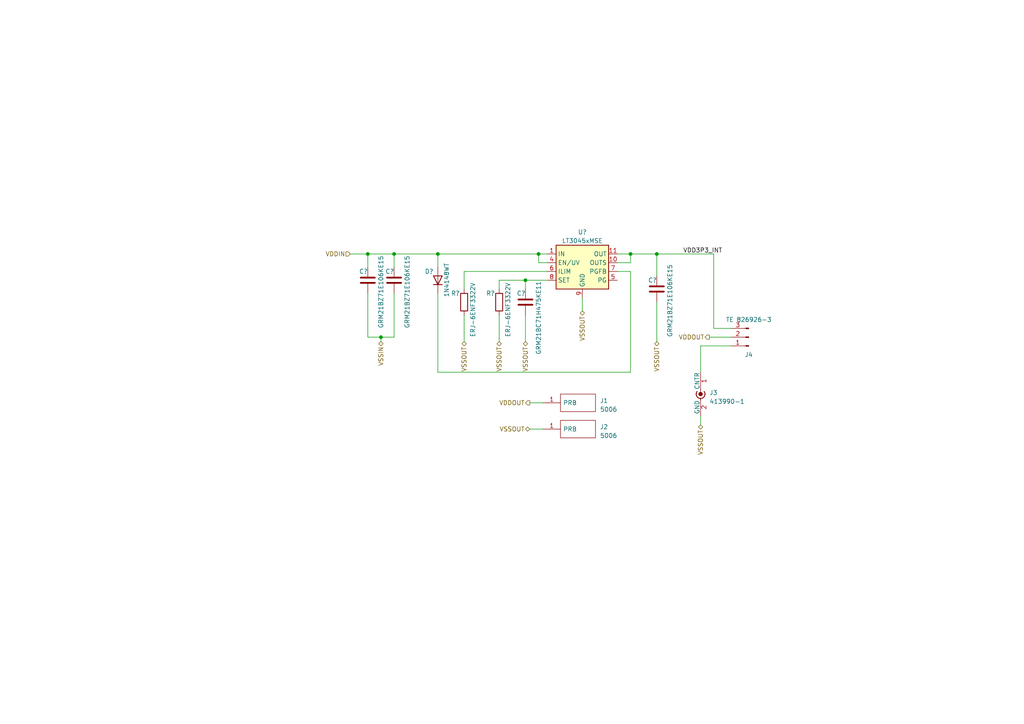
<source format=kicad_sch>
(kicad_sch (version 20230121) (generator eeschema)
  (paper "A4")
  (lib_symbols
    (symbol "Regulator_Linear:LT3045xMSE"
      (property "Reference" "U" (at -6.35 6.35 0))
      (property "Value" "LT3045xMSE" (at 1.27 6.35 0))
      (symbol "LT3045xMSE_0_1"
        (rectangle (start -7.62 5.08) (end 7.62 -7.62) (stroke (width 0.254)) (fill (type background)))
      )
      (symbol "LT3045xMSE_1_1"
        (pin power_in line (at -10.16 2.54 0) (length 2.54) (name "IN") (number "1"))
        (pin input line (at 10.16 0 180) (length 2.54) (name "OUTS") (number "10"))
        (pin power_out line (at 10.16 2.54 180) (length 2.54) (name "OUT") (number "11"))
        (pin passive line (at 10.16 2.54 180) (length 2.54) hide (name "OUT") (number "12"))
        (pin passive line (at 0 -10.16 90) (length 2.54) hide (name "GND") (number "13"))
        (pin passive line (at -10.16 2.54 0) (length 2.54) hide (name "IN") (number "2"))
        (pin passive line (at -10.16 2.54 0) (length 2.54) hide (name "IN") (number "3"))
        (pin input line (at -10.16 0 0) (length 2.54) (name "EN/UV") (number "4"))
        (pin open_collector line (at 10.16 -5.08 180) (length 2.54) (name "PG") (number "5"))
        (pin passive line (at -10.16 -2.54 0) (length 2.54) (name "ILIM") (number "6"))
        (pin input line (at 10.16 -2.54 180) (length 2.54) (name "PGFB") (number "7"))
        (pin passive line (at -10.16 -5.08 0) (length 2.54) (name "SET") (number "8"))
        (pin power_in line (at 0 -10.16 90) (length 2.54) (name "GND") (number "9"))
      )
    )
    (symbol "cyborg65r2_connectors:413990-1" (pin_names (offset 0))
      (property "Reference" "J" (at 2.54 -1.27 0))
      (property "Value" "413990-1" (at 2.54 -3.81 0))
      (symbol "413990-1_0_0"
        (pin passive line (at 0 0 270) (length 5.08) (name "CNTR") (number "1"))
        (pin passive line (at 0 -12.7 90) (length 5.08) (name "GND") (number "2"))
        (pin passive line (at 0 -12.7 90) (length 5.08) hide (name "GND") (number "3"))
        (pin passive line (at 0 -12.7 90) (length 5.08) hide (name "GND") (number "4"))
        (pin passive line (at 0 -12.7 90) (length 5.08) hide (name "GND") (number "5"))
      )
      (symbol "413990-1_0_1"
        (arc (start -1.2695 -6.3498) (mid 0.0005 -7.6143) (end 1.2705 -6.3498) (stroke (width 0.254)))
        (arc (start -1.0155 -5.5878) (mid -1.2043 -5.9482) (end -1.2695 -6.3498) (stroke (width 0.254)))
        (polyline (pts (xy 0.0005 -7.6198) (xy 0.0005 -8.1278)))
        (polyline (pts (xy 0.0005 -5.0798) (xy 0.0005 -6.3498)))
        (circle (center 0.0005 -6.3498) (radius 0.508) (stroke (width 0.2032)) (fill (type outline)))
        (arc (start 1.2705 -6.3498) (mid 1.2053 -5.9482) (end 1.0165 -5.5878) (stroke (width 0.254)))
      )
    )
    (symbol "cyborg65r2_connectors:5006" (pin_names (offset 0.762))
      (property "Reference" "J" (at 15.24 1.27 0))
      (property "Value" "5006" (at 15.24 -1.27 0))
      (symbol "5006_0_0"
        (pin passive line (at 0 0 0) (length 5.08) (name "PRB") (number "1"))
      )
      (symbol "5006_0_1"
        (polyline (pts (xy 5.08 2.54) (xy 15.24 2.54) (xy 15.24 -2.54) (xy 5.08 -2.54) (xy 5.08 2.54)) (stroke (width 0.1524)))
      )
    )
    (symbol "cyborg65r2_connectors:TE 826926-3" (pin_names (offset 1.016) hide)
      (property "Reference" "J" (at 0 5.08 0))
      (property "Value" "TE 826926-3" (at 0 -5.08 0))
      (symbol "TE 826926-3_1_1"
        (polyline (pts (xy 1.27 -2.54) (xy 0.8636 -2.54)) (stroke (width 0.1524)))
        (polyline (pts (xy 1.27 0) (xy 0.8636 0)) (stroke (width 0.1524)))
        (polyline (pts (xy 1.27 2.54) (xy 0.8636 2.54)) (stroke (width 0.1524)))
        (rectangle (start 0.8636 -2.413) (end 0 -2.667) (stroke (width 0.1524)) (fill (type outline)))
        (rectangle (start 0.8636 0.127) (end 0 -0.127) (stroke (width 0.1524)) (fill (type outline)))
        (rectangle (start 0.8636 2.667) (end 0 2.413) (stroke (width 0.1524)) (fill (type outline)))
        (pin passive line (at 5.08 2.54 180) (length 3.81) (name "Pin_1") (number "1"))
        (pin passive line (at 5.08 0 180) (length 3.81) (name "Pin_2") (number "2"))
        (pin passive line (at 5.08 -2.54 180) (length 3.81) (name "Pin_3") (number "3"))
      )
    )
    (symbol "cyborg65r2_pcb_passives:1N4148WT" (pin_numbers hide) (pin_names (offset 1.016) hide)
      (property "Reference" "D" (at 0 2.54 0))
      (property "Value" "1N4148WT" (at 0 -2.54 0))
      (symbol "1N4148WT_0_1"
        (polyline (pts (xy -1.27 1.27) (xy -1.27 -1.27)) (stroke (width 0.254)))
        (polyline (pts (xy 1.27 0) (xy -1.27 0)))
        (polyline (pts (xy 1.27 1.27) (xy 1.27 -1.27) (xy -1.27 0) (xy 1.27 1.27)) (stroke (width 0.254)))
      )
      (symbol "1N4148WT_1_1"
        (pin passive line (at -3.81 0 0) (length 2.54) (name "K") (number "1"))
        (pin passive line (at 3.81 0 180) (length 2.54) (name "A") (number "2"))
      )
    )
    (symbol "cyborg65r2_pcb_passives:ERJ-6ENF3322V" (pin_numbers hide) (pin_names (offset 0))
      (property "Reference" "R" (at 2.032 0 90))
      (property "Value" "ERJ-6ENF3322V" (at -2.54 0 90))
      (symbol "ERJ-6ENF3322V_0_1"
        (rectangle (start -1.016 -2.54) (end 1.016 2.54) (stroke (width 0.254)))
      )
      (symbol "ERJ-6ENF3322V_1_1"
        (pin passive line (at 0 3.81 270) (length 1.27) (name "~") (number "1"))
        (pin passive line (at 0 -3.81 90) (length 1.27) (name "~") (number "2"))
      )
    )
    (symbol "cyborg65r2_pcb_passives:GRM21BC71H475KE11" (pin_numbers hide) (pin_names (offset 0.254))
      (property "Reference" "C" (at 0.635 2.54 0))
      (property "Value" "GRM21BC71H475KE11" (at 0.635 -2.54 0))
      (symbol "GRM21BC71H475KE11_0_1"
        (polyline (pts (xy -2.032 -0.762) (xy 2.032 -0.762)) (stroke (width 0.508)))
        (polyline (pts (xy -2.032 0.762) (xy 2.032 0.762)) (stroke (width 0.508)))
      )
      (symbol "GRM21BC71H475KE11_1_1"
        (pin passive line (at 0 3.81 270) (length 2.794) (name "~") (number "1"))
        (pin passive line (at 0 -3.81 90) (length 2.794) (name "~") (number "2"))
      )
    )
    (symbol "cyborg65r2_pcb_passives:GRM21BZ71E106KE15" (pin_numbers hide) (pin_names (offset 0.254))
      (property "Reference" "C" (at 0.635 2.54 0))
      (property "Value" "GRM21BZ71E106KE15" (at 0.635 -2.54 0))
      (symbol "GRM21BZ71E106KE15_0_1"
        (polyline (pts (xy -2.032 -0.762) (xy 2.032 -0.762)) (stroke (width 0.508)))
        (polyline (pts (xy -2.032 0.762) (xy 2.032 0.762)) (stroke (width 0.508)))
      )
      (symbol "GRM21BZ71E106KE15_1_1"
        (pin passive line (at 0 3.81 270) (length 2.794) (name "~") (number "1"))
        (pin passive line (at 0 -3.81 90) (length 2.794) (name "~") (number "2"))
      )
    )
  )
  (junction (at 182.88 73.66))
  (junction (at 110.49 97.79))
  (junction (at 156.21 73.66))
  (junction (at 106.68 73.66))
  (junction (at 152.4 81.28))
  (junction (at 114.3 73.66))
  (junction (at 127 73.66))
  (junction (at 190.5 73.66))
  (wire (pts (xy 127 85.09) (xy 127 107.95)))
  (wire (pts (xy 207.01 95.25) (xy 207.01 73.66)))
  (wire (pts (xy 110.49 97.79) (xy 114.3 97.79)))
  (wire (pts (xy 144.78 91.44) (xy 144.78 99.06)))
  (wire (pts (xy 152.4 83.82) (xy 152.4 81.28)))
  (wire (pts (xy 134.62 78.74) (xy 134.62 83.82)))
  (wire (pts (xy 203.2 120.65) (xy 203.2 123.19)))
  (wire (pts (xy 190.5 73.66) (xy 207.01 73.66)))
  (wire (pts (xy 127 73.66) (xy 156.21 73.66)))
  (wire (pts (xy 144.78 81.28) (xy 144.78 83.82)))
  (wire (pts (xy 106.68 97.79) (xy 110.49 97.79)))
  (wire (pts (xy 134.62 91.44) (xy 134.62 99.06)))
  (wire (pts (xy 114.3 77.47) (xy 114.3 73.66)))
  (wire (pts (xy 127 77.47) (xy 127 73.66)))
  (wire (pts (xy 156.21 73.66) (xy 158.75 73.66)))
  (wire (pts (xy 203.2 100.33) (xy 203.2 107.95)))
  (wire (pts (xy 106.68 85.09) (xy 106.68 97.79)))
  (wire (pts (xy 182.88 78.74) (xy 179.07 78.74)))
  (wire (pts (xy 182.88 73.66) (xy 190.5 73.66)))
  (wire (pts (xy 110.49 97.79) (xy 110.49 99.06)))
  (wire (pts (xy 158.75 78.74) (xy 134.62 78.74)))
  (wire (pts (xy 152.4 91.44) (xy 152.4 99.06)))
  (wire (pts (xy 182.88 76.2) (xy 182.88 73.66)))
  (wire (pts (xy 158.75 76.2) (xy 156.21 76.2)))
  (wire (pts (xy 106.68 77.47) (xy 106.68 73.66)))
  (wire (pts (xy 179.07 73.66) (xy 182.88 73.66)))
  (wire (pts (xy 106.68 73.66) (xy 114.3 73.66)))
  (wire (pts (xy 168.91 86.36) (xy 168.91 90.17)))
  (wire (pts (xy 212.09 100.33) (xy 203.2 100.33)))
  (wire (pts (xy 156.21 76.2) (xy 156.21 73.66)))
  (wire (pts (xy 212.09 95.25) (xy 207.01 95.25)))
  (wire (pts (xy 182.88 107.95) (xy 182.88 78.74)))
  (wire (pts (xy 152.4 81.28) (xy 158.75 81.28)))
  (wire (pts (xy 101.6 73.66) (xy 106.68 73.66)))
  (wire (pts (xy 190.5 87.63) (xy 190.5 99.06)))
  (wire (pts (xy 153.67 124.46) (xy 157.48 124.46)))
  (wire (pts (xy 114.3 73.66) (xy 127 73.66)))
  (wire (pts (xy 153.67 116.84) (xy 157.48 116.84)))
  (wire (pts (xy 114.3 85.09) (xy 114.3 97.79)))
  (wire (pts (xy 127 107.95) (xy 182.88 107.95)))
  (wire (pts (xy 190.5 73.66) (xy 190.5 80.01)))
  (wire (pts (xy 179.07 76.2) (xy 182.88 76.2)))
  (wire (pts (xy 152.4 81.28) (xy 144.78 81.28)))
  (wire (pts (xy 205.74 97.79) (xy 212.09 97.79)))
  (label "VDD3P3_INT" (at 198.12 73.66 0))
  (hierarchical_label "VDDOUT" (shape output) (at 205.74 97.79 180))
  (hierarchical_label "VSSOUT" (shape bidirectional) (at 152.4 99.06 270))
  (hierarchical_label "VSSOUT" (shape bidirectional) (at 190.5 99.06 270))
  (hierarchical_label "VSSOUT" (shape bidirectional) (at 203.2 123.19 270))
  (hierarchical_label "VSSIN" (shape bidirectional) (at 110.49 99.06 270))
  (hierarchical_label "VSSOUT" (shape bidirectional) (at 134.62 99.06 270))
  (hierarchical_label "VSSOUT" (shape bidirectional) (at 144.78 99.06 270))
  (hierarchical_label "VSSOUT" (shape bidirectional) (at 168.91 90.17 270))
  (hierarchical_label "VDDIN" (shape input) (at 101.6 73.66 180))
  (hierarchical_label "VDDOUT" (shape output) (at 153.67 116.84 180))
  (hierarchical_label "VSSOUT" (shape bidirectional) (at 153.67 124.46 180))
  (symbol (lib_id "cyborg65r2_pcb_passives:ERJ-6ENF3322V") (at 134.62 87.63 0) (unit 1)
    (property "Reference" "R?" (at 130.81 85.09 0) (effects (justify left)))
    (property "Value" "ERJ-6ENF3322V" (at 137.16 97.79 90) (effects (justify left)))
    (property "Footprint" "Resistor_SMD:R_0805_2012Metric" (effects hide))
    (property "Datasheet" "https://industrial.panasonic.com/cdbs/www-data/pdf/RDA0000/AOA0000C304.pdf" (effects hide))
    (instances (project "cyborg65r2_pcb" (path "" (reference "R?") (unit 1)) (path "" (reference "R1") (unit 1)) (path "" (reference "R4") (unit 1))))
  )
  (symbol (lib_id "cyborg65r2_connectors:TE 826926-3") (at 217.17 97.79 180) (unit 1)
    (property "Reference" "J4" (at 217.17 102.87 0))
    (property "Value" "TE 826926-3" (at 217.17 92.71 0))
    (property "Footprint" "Connector_PinHeader_2.54mm:PinHeader_1x03_P2.54mm_Vertical" (effects hide))
    (property "Datasheet" "https://www.te.com/usa-en/product-826926-3.html" (effects hide))
    (instances (project "cyborg65r2_pcb" (path "" (reference "J4") (unit 1)) (path "" (reference "J8") (unit 1))))
  )
  (symbol (lib_id "cyborg65r2_pcb_passives:GRM21BC71H475KE11") (at 152.4 87.63 0) (unit 1)
    (property "Reference" "C?" (at 149.86 85.09 0) (effects (justify left)))
    (property "Value" "GRM21BC71H475KE11" (at 156.21 102.87 90) (effects (justify left)))
    (property "Footprint" "Capacitor_SMD:C_0805_2012Metric" (effects hide))
    (property "Datasheet" "https://www.murata.com/en-eu/products/productdetail?partno=GRM21BC71H475KE11%23" (effects hide))
    (instances (project "cyborg65r2_pcb" (path "" (reference "C?") (unit 1)) (path "" (reference "C11") (unit 1)) (path "" (reference "C7") (unit 1))))
  )
  (symbol (lib_id "cyborg65r2_connectors:5006") (at 157.48 124.46 0) (unit 1)
    (property "Reference" "J2" (at 173.99 123.825 0) (effects (justify left)))
    (property "Value" "5006" (at 173.99 126.365 0) (effects (justify left)))
    (property "Footprint" "cyborg65r2_connectors:5006" (effects hide))
    (property "Datasheet" "http://www.keyelco.com/product-pdf.cfm?p=1315" (effects hide))
    (property "Description" "Test Point, PC, Snap in Mounting,  Compact, Black Base" (effects hide))
    (property "Manufacturer_Name" "Keystone Electronics" (effects hide))
    (property "Manufacturer_Part_Number" "5006" (effects hide))
    (property "Mouser Part Number" "534-5006" (effects hide))
    (property "Mouser Price/Stock" "https://www.mouser.co.uk/ProductDetail/Keystone-Electronics/5006?qs=q0tsjPZWdm99DN5QVOwb8g%3D%3D" (effects hide))
    (property "Arrow Part Number" "5006" (effects hide))
    (property "Arrow Price/Stock" "https://www.arrow.com/en/products/5006/keystone-electronics?region=europe" (effects hide))
    (instances (project "cyborg65r2_pcb" (path "" (reference "J2") (unit 1)) (path "" (reference "J6") (unit 1))))
  )
  (symbol (lib_id "cyborg65r2_pcb_passives:ERJ-6ENF3322V") (at 144.78 87.63 0) (unit 1)
    (property "Reference" "R?" (at 140.97 85.09 0) (effects (justify left)))
    (property "Value" "ERJ-6ENF3322V" (at 147.32 97.79 90) (effects (justify left)))
    (property "Footprint" "Resistor_SMD:R_0805_2012Metric" (effects hide))
    (property "Datasheet" "https://industrial.panasonic.com/cdbs/www-data/pdf/RDA0000/AOA0000C304.pdf" (effects hide))
    (instances (project "cyborg65r2_pcb" (path "" (reference "R?") (unit 1)) (path "" (reference "R2") (unit 1)) (path "" (reference "R4") (unit 1))))
  )
  (symbol (lib_id "cyborg65r2_pcb_passives:GRM21BZ71E106KE15") (at 106.68 81.28 0) (unit 1)
    (property "Reference" "C?" (at 104.14 78.74 0) (effects (justify left)))
    (property "Value" "GRM21BZ71E106KE15" (at 110.49 95.25 90) (effects (justify left)))
    (property "Footprint" "Capacitor_SMD:C_0805_2012Metric" (effects hide))
    (property "Datasheet" "https://www.murata.com/products/productdetail?partno=GRM21BZ71E106KE15%23" (effects hide))
    (instances (project "cyborg65r2_pcb" (path "" (reference "C?") (unit 1)) (path "" (reference "C9") (unit 1)) (path "" (reference "C5") (unit 1))))
  )
  (symbol (lib_id "cyborg65r2_pcb_passives:GRM21BZ71E106KE15") (at 190.5 83.82 0) (unit 1)
    (property "Reference" "C?" (at 187.96 81.28 0) (effects (justify left)))
    (property "Value" "GRM21BZ71E106KE15" (at 194.31 97.79 90) (effects (justify left)))
    (property "Footprint" "Capacitor_SMD:C_0805_2012Metric" (effects hide))
    (property "Datasheet" "https://www.murata.com/products/productdetail?partno=GRM21BZ71E106KE15%23" (effects hide))
    (instances (project "cyborg65r2_pcb" (path "" (reference "C?") (unit 1)) (path "" (reference "C12") (unit 1)) (path "" (reference "C8") (unit 1))))
  )
  (symbol (lib_id "cyborg65r2_connectors:413990-1") (at 203.2 107.95 0) (unit 1)
    (property "Reference" "J3" (at 205.74 113.9188 0) (effects (justify left)))
    (property "Value" "413990-1" (at 205.74 116.4588 0) (effects (justify left)))
    (property "Footprint" "cyborg65r2_connectors:413990-1" (effects hide))
    (property "Datasheet" "https://componentsearchengine.com/Datasheets/2/413990-1.pdf" (effects hide))
    (property "Description" "SMB Connector Receptacle, Male Pin 50Ohm Through Hole Solder" (effects hide))
    (property "Height" "7.62" (effects hide))
    (property "Manufacturer_Name" "TE Connectivity" (effects hide))
    (property "Manufacturer_Part_Number" "413990-1" (effects hide))
    (property "Mouser Part Number" "571-4139901" (effects hide))
    (property "Mouser Price/Stock" "https://www.mouser.co.uk/ProductDetail/TE-Connectivity/413990-1?qs=7QuPeZUaY4GhWa7hqv5PMQ%3D%3D" (effects hide))
    (property "Arrow Part Number" "413990-1" (effects hide))
    (property "Arrow Price/Stock" "https://www.arrow.com/en/products/413990-1/te-connectivity?region=nac" (effects hide))
    (instances (project "cyborg65r2_pcb" (path "" (reference "J3") (unit 1)) (path "" (reference "J7") (unit 1))))
  )
  (symbol (lib_id "cyborg65r2_connectors:5006") (at 157.48 116.84 0) (unit 1)
    (property "Reference" "J1" (at 173.99 116.205 0) (effects (justify left)))
    (property "Value" "5006" (at 173.99 118.745 0) (effects (justify left)))
    (property "Footprint" "cyborg65r2_connectors:5006" (effects hide))
    (property "Datasheet" "http://www.keyelco.com/product-pdf.cfm?p=1315" (effects hide))
    (property "Description" "Test Point, PC, Snap in Mounting,  Compact, Black Base" (effects hide))
    (property "Manufacturer_Name" "Keystone Electronics" (effects hide))
    (property "Manufacturer_Part_Number" "5006" (effects hide))
    (property "Mouser Part Number" "534-5006" (effects hide))
    (property "Mouser Price/Stock" "https://www.mouser.co.uk/ProductDetail/Keystone-Electronics/5006?qs=q0tsjPZWdm99DN5QVOwb8g%3D%3D" (effects hide))
    (property "Arrow Part Number" "5006" (effects hide))
    (property "Arrow Price/Stock" "https://www.arrow.com/en/products/5006/keystone-electronics?region=europe" (effects hide))
    (instances (project "cyborg65r2_pcb" (path "" (reference "J1") (unit 1)) (path "" (reference "J5") (unit 1))))
  )
  (symbol (lib_id "cyborg65r2_pcb_passives:1N4148WT") (at 127 81.28 90) (unit 1)
    (property "Reference" "D?" (at 123.19 78.74 90) (effects (justify right)))
    (property "Value" "1N4148WT" (at 129.54 76.2 0) (effects (justify right)))
    (property "Footprint" "Diode_SMD:D_SOD-523" (effects hide))
    (property "Datasheet" "https://www.onsemi.com/products/discrete-power-modules/small-signal-switching-diodes/1n4148wt" (effects hide))
    (property "Sim.Device" "D" (effects hide))
    (property "Sim.Pins" "1=K 2=A" (effects hide))
    (instances (project "cyborg65r2_pcb" (path "" (reference "D?") (unit 1)) (path "" (reference "D1") (unit 1)) (path "" (reference "D2") (unit 1))))
  )
  (symbol (lib_id "Regulator_Linear:LT3045xMSE") (at 168.91 76.2 0) (unit 1)
    (property "Reference" "U?" (at 168.91 67.31 0))
    (property "Value" "LT3045xMSE" (at 168.91 69.85 0))
    (property "Footprint" "Package_SO:MSOP-12-1EP_3x4mm_P0.65mm_EP1.65x2.85mm" (effects hide))
    (property "Datasheet" "https://www.analog.com/media/en/technical-documentation/data-sheets/3045fa.pdf" (effects hide))
    (instances (project "cyborg65r2_pcb" (path "" (reference "U?") (unit 1)) (path "" (reference "U2") (unit 1)) (path "" (reference "U2") (unit 1))))
  )
  (symbol (lib_id "cyborg65r2_pcb_passives:GRM21BZ71E106KE15") (at 114.3 81.28 0) (unit 1)
    (property "Reference" "C?" (at 111.76 78.74 0) (effects (justify left)))
    (property "Value" "GRM21BZ71E106KE15" (at 118.11 95.25 90) (effects (justify left)))
    (property "Footprint" "Capacitor_SMD:C_0805_2012Metric" (effects hide))
    (property "Datasheet" "https://www.murata.com/products/productdetail?partno=GRM21BZ71E106KE15%23" (effects hide))
    (instances (project "cyborg65r2_pcb" (path "" (reference "C?") (unit 1)) (path "" (reference "C10") (unit 1)) (path "" (reference "C6") (unit 1))))
  )
)
</source>
